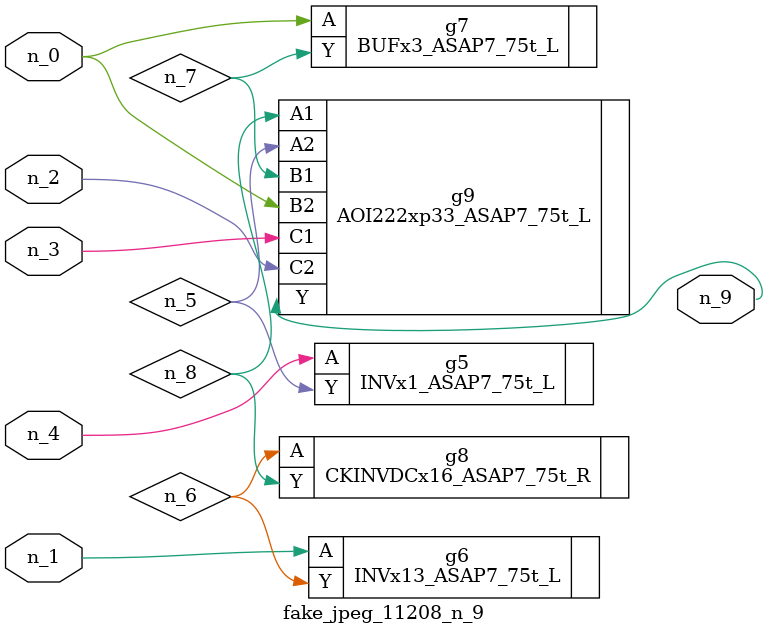
<source format=v>
module fake_jpeg_11208_n_9 (n_3, n_2, n_1, n_0, n_4, n_9);

input n_3;
input n_2;
input n_1;
input n_0;
input n_4;

output n_9;

wire n_8;
wire n_6;
wire n_5;
wire n_7;

INVx1_ASAP7_75t_L g5 ( 
.A(n_4),
.Y(n_5)
);

INVx13_ASAP7_75t_L g6 ( 
.A(n_1),
.Y(n_6)
);

BUFx3_ASAP7_75t_L g7 ( 
.A(n_0),
.Y(n_7)
);

CKINVDCx16_ASAP7_75t_R g8 ( 
.A(n_6),
.Y(n_8)
);

AOI222xp33_ASAP7_75t_L g9 ( 
.A1(n_8),
.A2(n_5),
.B1(n_7),
.B2(n_0),
.C1(n_3),
.C2(n_2),
.Y(n_9)
);


endmodule
</source>
